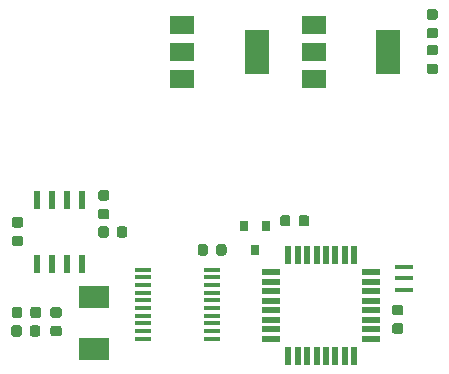
<source format=gbr>
G04 #@! TF.GenerationSoftware,KiCad,Pcbnew,(5.0.1)-3*
G04 #@! TF.CreationDate,2018-11-04T18:32:24-06:00*
G04 #@! TF.ProjectId,Gimble Goblin,47696D626C6520476F626C696E2E6B69,rev?*
G04 #@! TF.SameCoordinates,Original*
G04 #@! TF.FileFunction,Paste,Top*
G04 #@! TF.FilePolarity,Positive*
%FSLAX46Y46*%
G04 Gerber Fmt 4.6, Leading zero omitted, Abs format (unit mm)*
G04 Created by KiCad (PCBNEW (5.0.1)-3) date 11/4/2018 6:32:24 PM*
%MOMM*%
%LPD*%
G01*
G04 APERTURE LIST*
%ADD10R,1.600000X0.300000*%
%ADD11C,0.100000*%
%ADD12C,0.875000*%
%ADD13R,1.600000X0.550000*%
%ADD14R,0.550000X1.600000*%
%ADD15R,0.800000X0.900000*%
%ADD16R,2.500000X1.900000*%
%ADD17R,0.600000X1.550000*%
%ADD18R,1.450000X0.450000*%
%ADD19R,2.000000X1.500000*%
%ADD20R,2.000000X3.800000*%
G04 APERTURE END LIST*
D10*
G04 #@! TO.C,Y2*
X142367000Y-87823000D03*
X142367000Y-88773000D03*
X142367000Y-89723000D03*
G04 #@! TD*
D11*
G04 #@! TO.C,C8*
G36*
X142136691Y-91003553D02*
X142157926Y-91006703D01*
X142178750Y-91011919D01*
X142198962Y-91019151D01*
X142218368Y-91028330D01*
X142236781Y-91039366D01*
X142254024Y-91052154D01*
X142269930Y-91066570D01*
X142284346Y-91082476D01*
X142297134Y-91099719D01*
X142308170Y-91118132D01*
X142317349Y-91137538D01*
X142324581Y-91157750D01*
X142329797Y-91178574D01*
X142332947Y-91199809D01*
X142334000Y-91221250D01*
X142334000Y-91658750D01*
X142332947Y-91680191D01*
X142329797Y-91701426D01*
X142324581Y-91722250D01*
X142317349Y-91742462D01*
X142308170Y-91761868D01*
X142297134Y-91780281D01*
X142284346Y-91797524D01*
X142269930Y-91813430D01*
X142254024Y-91827846D01*
X142236781Y-91840634D01*
X142218368Y-91851670D01*
X142198962Y-91860849D01*
X142178750Y-91868081D01*
X142157926Y-91873297D01*
X142136691Y-91876447D01*
X142115250Y-91877500D01*
X141602750Y-91877500D01*
X141581309Y-91876447D01*
X141560074Y-91873297D01*
X141539250Y-91868081D01*
X141519038Y-91860849D01*
X141499632Y-91851670D01*
X141481219Y-91840634D01*
X141463976Y-91827846D01*
X141448070Y-91813430D01*
X141433654Y-91797524D01*
X141420866Y-91780281D01*
X141409830Y-91761868D01*
X141400651Y-91742462D01*
X141393419Y-91722250D01*
X141388203Y-91701426D01*
X141385053Y-91680191D01*
X141384000Y-91658750D01*
X141384000Y-91221250D01*
X141385053Y-91199809D01*
X141388203Y-91178574D01*
X141393419Y-91157750D01*
X141400651Y-91137538D01*
X141409830Y-91118132D01*
X141420866Y-91099719D01*
X141433654Y-91082476D01*
X141448070Y-91066570D01*
X141463976Y-91052154D01*
X141481219Y-91039366D01*
X141499632Y-91028330D01*
X141519038Y-91019151D01*
X141539250Y-91011919D01*
X141560074Y-91006703D01*
X141581309Y-91003553D01*
X141602750Y-91002500D01*
X142115250Y-91002500D01*
X142136691Y-91003553D01*
X142136691Y-91003553D01*
G37*
D12*
X141859000Y-91440000D03*
D11*
G36*
X142136691Y-92578553D02*
X142157926Y-92581703D01*
X142178750Y-92586919D01*
X142198962Y-92594151D01*
X142218368Y-92603330D01*
X142236781Y-92614366D01*
X142254024Y-92627154D01*
X142269930Y-92641570D01*
X142284346Y-92657476D01*
X142297134Y-92674719D01*
X142308170Y-92693132D01*
X142317349Y-92712538D01*
X142324581Y-92732750D01*
X142329797Y-92753574D01*
X142332947Y-92774809D01*
X142334000Y-92796250D01*
X142334000Y-93233750D01*
X142332947Y-93255191D01*
X142329797Y-93276426D01*
X142324581Y-93297250D01*
X142317349Y-93317462D01*
X142308170Y-93336868D01*
X142297134Y-93355281D01*
X142284346Y-93372524D01*
X142269930Y-93388430D01*
X142254024Y-93402846D01*
X142236781Y-93415634D01*
X142218368Y-93426670D01*
X142198962Y-93435849D01*
X142178750Y-93443081D01*
X142157926Y-93448297D01*
X142136691Y-93451447D01*
X142115250Y-93452500D01*
X141602750Y-93452500D01*
X141581309Y-93451447D01*
X141560074Y-93448297D01*
X141539250Y-93443081D01*
X141519038Y-93435849D01*
X141499632Y-93426670D01*
X141481219Y-93415634D01*
X141463976Y-93402846D01*
X141448070Y-93388430D01*
X141433654Y-93372524D01*
X141420866Y-93355281D01*
X141409830Y-93336868D01*
X141400651Y-93317462D01*
X141393419Y-93297250D01*
X141388203Y-93276426D01*
X141385053Y-93255191D01*
X141384000Y-93233750D01*
X141384000Y-92796250D01*
X141385053Y-92774809D01*
X141388203Y-92753574D01*
X141393419Y-92732750D01*
X141400651Y-92712538D01*
X141409830Y-92693132D01*
X141420866Y-92674719D01*
X141433654Y-92657476D01*
X141448070Y-92641570D01*
X141463976Y-92627154D01*
X141481219Y-92614366D01*
X141499632Y-92603330D01*
X141519038Y-92594151D01*
X141539250Y-92586919D01*
X141560074Y-92581703D01*
X141581309Y-92578553D01*
X141602750Y-92577500D01*
X142115250Y-92577500D01*
X142136691Y-92578553D01*
X142136691Y-92578553D01*
G37*
D12*
X141859000Y-93015000D03*
G04 #@! TD*
D11*
G04 #@! TO.C,D1*
G36*
X145057691Y-65984553D02*
X145078926Y-65987703D01*
X145099750Y-65992919D01*
X145119962Y-66000151D01*
X145139368Y-66009330D01*
X145157781Y-66020366D01*
X145175024Y-66033154D01*
X145190930Y-66047570D01*
X145205346Y-66063476D01*
X145218134Y-66080719D01*
X145229170Y-66099132D01*
X145238349Y-66118538D01*
X145245581Y-66138750D01*
X145250797Y-66159574D01*
X145253947Y-66180809D01*
X145255000Y-66202250D01*
X145255000Y-66639750D01*
X145253947Y-66661191D01*
X145250797Y-66682426D01*
X145245581Y-66703250D01*
X145238349Y-66723462D01*
X145229170Y-66742868D01*
X145218134Y-66761281D01*
X145205346Y-66778524D01*
X145190930Y-66794430D01*
X145175024Y-66808846D01*
X145157781Y-66821634D01*
X145139368Y-66832670D01*
X145119962Y-66841849D01*
X145099750Y-66849081D01*
X145078926Y-66854297D01*
X145057691Y-66857447D01*
X145036250Y-66858500D01*
X144523750Y-66858500D01*
X144502309Y-66857447D01*
X144481074Y-66854297D01*
X144460250Y-66849081D01*
X144440038Y-66841849D01*
X144420632Y-66832670D01*
X144402219Y-66821634D01*
X144384976Y-66808846D01*
X144369070Y-66794430D01*
X144354654Y-66778524D01*
X144341866Y-66761281D01*
X144330830Y-66742868D01*
X144321651Y-66723462D01*
X144314419Y-66703250D01*
X144309203Y-66682426D01*
X144306053Y-66661191D01*
X144305000Y-66639750D01*
X144305000Y-66202250D01*
X144306053Y-66180809D01*
X144309203Y-66159574D01*
X144314419Y-66138750D01*
X144321651Y-66118538D01*
X144330830Y-66099132D01*
X144341866Y-66080719D01*
X144354654Y-66063476D01*
X144369070Y-66047570D01*
X144384976Y-66033154D01*
X144402219Y-66020366D01*
X144420632Y-66009330D01*
X144440038Y-66000151D01*
X144460250Y-65992919D01*
X144481074Y-65987703D01*
X144502309Y-65984553D01*
X144523750Y-65983500D01*
X145036250Y-65983500D01*
X145057691Y-65984553D01*
X145057691Y-65984553D01*
G37*
D12*
X144780000Y-66421000D03*
D11*
G36*
X145057691Y-67559553D02*
X145078926Y-67562703D01*
X145099750Y-67567919D01*
X145119962Y-67575151D01*
X145139368Y-67584330D01*
X145157781Y-67595366D01*
X145175024Y-67608154D01*
X145190930Y-67622570D01*
X145205346Y-67638476D01*
X145218134Y-67655719D01*
X145229170Y-67674132D01*
X145238349Y-67693538D01*
X145245581Y-67713750D01*
X145250797Y-67734574D01*
X145253947Y-67755809D01*
X145255000Y-67777250D01*
X145255000Y-68214750D01*
X145253947Y-68236191D01*
X145250797Y-68257426D01*
X145245581Y-68278250D01*
X145238349Y-68298462D01*
X145229170Y-68317868D01*
X145218134Y-68336281D01*
X145205346Y-68353524D01*
X145190930Y-68369430D01*
X145175024Y-68383846D01*
X145157781Y-68396634D01*
X145139368Y-68407670D01*
X145119962Y-68416849D01*
X145099750Y-68424081D01*
X145078926Y-68429297D01*
X145057691Y-68432447D01*
X145036250Y-68433500D01*
X144523750Y-68433500D01*
X144502309Y-68432447D01*
X144481074Y-68429297D01*
X144460250Y-68424081D01*
X144440038Y-68416849D01*
X144420632Y-68407670D01*
X144402219Y-68396634D01*
X144384976Y-68383846D01*
X144369070Y-68369430D01*
X144354654Y-68353524D01*
X144341866Y-68336281D01*
X144330830Y-68317868D01*
X144321651Y-68298462D01*
X144314419Y-68278250D01*
X144309203Y-68257426D01*
X144306053Y-68236191D01*
X144305000Y-68214750D01*
X144305000Y-67777250D01*
X144306053Y-67755809D01*
X144309203Y-67734574D01*
X144314419Y-67713750D01*
X144321651Y-67693538D01*
X144330830Y-67674132D01*
X144341866Y-67655719D01*
X144354654Y-67638476D01*
X144369070Y-67622570D01*
X144384976Y-67608154D01*
X144402219Y-67595366D01*
X144420632Y-67584330D01*
X144440038Y-67575151D01*
X144460250Y-67567919D01*
X144481074Y-67562703D01*
X144502309Y-67559553D01*
X144523750Y-67558500D01*
X145036250Y-67558500D01*
X145057691Y-67559553D01*
X145057691Y-67559553D01*
G37*
D12*
X144780000Y-67996000D03*
G04 #@! TD*
D13*
G04 #@! TO.C,U5*
X139632000Y-93859000D03*
X139632000Y-93059000D03*
X139632000Y-92259000D03*
X139632000Y-91459000D03*
X139632000Y-90659000D03*
X139632000Y-89859000D03*
X139632000Y-89059000D03*
X139632000Y-88259000D03*
D14*
X138182000Y-86809000D03*
X137382000Y-86809000D03*
X136582000Y-86809000D03*
X135782000Y-86809000D03*
X134982000Y-86809000D03*
X134182000Y-86809000D03*
X133382000Y-86809000D03*
X132582000Y-86809000D03*
D13*
X131132000Y-88259000D03*
X131132000Y-89059000D03*
X131132000Y-89859000D03*
X131132000Y-90659000D03*
X131132000Y-91459000D03*
X131132000Y-92259000D03*
X131132000Y-93059000D03*
X131132000Y-93859000D03*
D14*
X132582000Y-95309000D03*
X133382000Y-95309000D03*
X134182000Y-95309000D03*
X134982000Y-95309000D03*
X135782000Y-95309000D03*
X136582000Y-95309000D03*
X137382000Y-95309000D03*
X138182000Y-95309000D03*
G04 #@! TD*
D15*
G04 #@! TO.C,D2*
X130744000Y-84344000D03*
X128844000Y-84344000D03*
X129794000Y-86344000D03*
G04 #@! TD*
D11*
G04 #@! TO.C,R5*
G36*
X145057691Y-70582053D02*
X145078926Y-70585203D01*
X145099750Y-70590419D01*
X145119962Y-70597651D01*
X145139368Y-70606830D01*
X145157781Y-70617866D01*
X145175024Y-70630654D01*
X145190930Y-70645070D01*
X145205346Y-70660976D01*
X145218134Y-70678219D01*
X145229170Y-70696632D01*
X145238349Y-70716038D01*
X145245581Y-70736250D01*
X145250797Y-70757074D01*
X145253947Y-70778309D01*
X145255000Y-70799750D01*
X145255000Y-71237250D01*
X145253947Y-71258691D01*
X145250797Y-71279926D01*
X145245581Y-71300750D01*
X145238349Y-71320962D01*
X145229170Y-71340368D01*
X145218134Y-71358781D01*
X145205346Y-71376024D01*
X145190930Y-71391930D01*
X145175024Y-71406346D01*
X145157781Y-71419134D01*
X145139368Y-71430170D01*
X145119962Y-71439349D01*
X145099750Y-71446581D01*
X145078926Y-71451797D01*
X145057691Y-71454947D01*
X145036250Y-71456000D01*
X144523750Y-71456000D01*
X144502309Y-71454947D01*
X144481074Y-71451797D01*
X144460250Y-71446581D01*
X144440038Y-71439349D01*
X144420632Y-71430170D01*
X144402219Y-71419134D01*
X144384976Y-71406346D01*
X144369070Y-71391930D01*
X144354654Y-71376024D01*
X144341866Y-71358781D01*
X144330830Y-71340368D01*
X144321651Y-71320962D01*
X144314419Y-71300750D01*
X144309203Y-71279926D01*
X144306053Y-71258691D01*
X144305000Y-71237250D01*
X144305000Y-70799750D01*
X144306053Y-70778309D01*
X144309203Y-70757074D01*
X144314419Y-70736250D01*
X144321651Y-70716038D01*
X144330830Y-70696632D01*
X144341866Y-70678219D01*
X144354654Y-70660976D01*
X144369070Y-70645070D01*
X144384976Y-70630654D01*
X144402219Y-70617866D01*
X144420632Y-70606830D01*
X144440038Y-70597651D01*
X144460250Y-70590419D01*
X144481074Y-70585203D01*
X144502309Y-70582053D01*
X144523750Y-70581000D01*
X145036250Y-70581000D01*
X145057691Y-70582053D01*
X145057691Y-70582053D01*
G37*
D12*
X144780000Y-71018500D03*
D11*
G36*
X145057691Y-69007053D02*
X145078926Y-69010203D01*
X145099750Y-69015419D01*
X145119962Y-69022651D01*
X145139368Y-69031830D01*
X145157781Y-69042866D01*
X145175024Y-69055654D01*
X145190930Y-69070070D01*
X145205346Y-69085976D01*
X145218134Y-69103219D01*
X145229170Y-69121632D01*
X145238349Y-69141038D01*
X145245581Y-69161250D01*
X145250797Y-69182074D01*
X145253947Y-69203309D01*
X145255000Y-69224750D01*
X145255000Y-69662250D01*
X145253947Y-69683691D01*
X145250797Y-69704926D01*
X145245581Y-69725750D01*
X145238349Y-69745962D01*
X145229170Y-69765368D01*
X145218134Y-69783781D01*
X145205346Y-69801024D01*
X145190930Y-69816930D01*
X145175024Y-69831346D01*
X145157781Y-69844134D01*
X145139368Y-69855170D01*
X145119962Y-69864349D01*
X145099750Y-69871581D01*
X145078926Y-69876797D01*
X145057691Y-69879947D01*
X145036250Y-69881000D01*
X144523750Y-69881000D01*
X144502309Y-69879947D01*
X144481074Y-69876797D01*
X144460250Y-69871581D01*
X144440038Y-69864349D01*
X144420632Y-69855170D01*
X144402219Y-69844134D01*
X144384976Y-69831346D01*
X144369070Y-69816930D01*
X144354654Y-69801024D01*
X144341866Y-69783781D01*
X144330830Y-69765368D01*
X144321651Y-69745962D01*
X144314419Y-69725750D01*
X144309203Y-69704926D01*
X144306053Y-69683691D01*
X144305000Y-69662250D01*
X144305000Y-69224750D01*
X144306053Y-69203309D01*
X144309203Y-69182074D01*
X144314419Y-69161250D01*
X144321651Y-69141038D01*
X144330830Y-69121632D01*
X144341866Y-69103219D01*
X144354654Y-69085976D01*
X144369070Y-69070070D01*
X144384976Y-69055654D01*
X144402219Y-69042866D01*
X144420632Y-69031830D01*
X144440038Y-69022651D01*
X144460250Y-69015419D01*
X144481074Y-69010203D01*
X144502309Y-69007053D01*
X144523750Y-69006000D01*
X145036250Y-69006000D01*
X145057691Y-69007053D01*
X145057691Y-69007053D01*
G37*
D12*
X144780000Y-69443500D03*
G04 #@! TD*
D11*
G04 #@! TO.C,R6*
G36*
X134148991Y-83422253D02*
X134170226Y-83425403D01*
X134191050Y-83430619D01*
X134211262Y-83437851D01*
X134230668Y-83447030D01*
X134249081Y-83458066D01*
X134266324Y-83470854D01*
X134282230Y-83485270D01*
X134296646Y-83501176D01*
X134309434Y-83518419D01*
X134320470Y-83536832D01*
X134329649Y-83556238D01*
X134336881Y-83576450D01*
X134342097Y-83597274D01*
X134345247Y-83618509D01*
X134346300Y-83639950D01*
X134346300Y-84152450D01*
X134345247Y-84173891D01*
X134342097Y-84195126D01*
X134336881Y-84215950D01*
X134329649Y-84236162D01*
X134320470Y-84255568D01*
X134309434Y-84273981D01*
X134296646Y-84291224D01*
X134282230Y-84307130D01*
X134266324Y-84321546D01*
X134249081Y-84334334D01*
X134230668Y-84345370D01*
X134211262Y-84354549D01*
X134191050Y-84361781D01*
X134170226Y-84366997D01*
X134148991Y-84370147D01*
X134127550Y-84371200D01*
X133690050Y-84371200D01*
X133668609Y-84370147D01*
X133647374Y-84366997D01*
X133626550Y-84361781D01*
X133606338Y-84354549D01*
X133586932Y-84345370D01*
X133568519Y-84334334D01*
X133551276Y-84321546D01*
X133535370Y-84307130D01*
X133520954Y-84291224D01*
X133508166Y-84273981D01*
X133497130Y-84255568D01*
X133487951Y-84236162D01*
X133480719Y-84215950D01*
X133475503Y-84195126D01*
X133472353Y-84173891D01*
X133471300Y-84152450D01*
X133471300Y-83639950D01*
X133472353Y-83618509D01*
X133475503Y-83597274D01*
X133480719Y-83576450D01*
X133487951Y-83556238D01*
X133497130Y-83536832D01*
X133508166Y-83518419D01*
X133520954Y-83501176D01*
X133535370Y-83485270D01*
X133551276Y-83470854D01*
X133568519Y-83458066D01*
X133586932Y-83447030D01*
X133606338Y-83437851D01*
X133626550Y-83430619D01*
X133647374Y-83425403D01*
X133668609Y-83422253D01*
X133690050Y-83421200D01*
X134127550Y-83421200D01*
X134148991Y-83422253D01*
X134148991Y-83422253D01*
G37*
D12*
X133908800Y-83896200D03*
D11*
G36*
X132573991Y-83422253D02*
X132595226Y-83425403D01*
X132616050Y-83430619D01*
X132636262Y-83437851D01*
X132655668Y-83447030D01*
X132674081Y-83458066D01*
X132691324Y-83470854D01*
X132707230Y-83485270D01*
X132721646Y-83501176D01*
X132734434Y-83518419D01*
X132745470Y-83536832D01*
X132754649Y-83556238D01*
X132761881Y-83576450D01*
X132767097Y-83597274D01*
X132770247Y-83618509D01*
X132771300Y-83639950D01*
X132771300Y-84152450D01*
X132770247Y-84173891D01*
X132767097Y-84195126D01*
X132761881Y-84215950D01*
X132754649Y-84236162D01*
X132745470Y-84255568D01*
X132734434Y-84273981D01*
X132721646Y-84291224D01*
X132707230Y-84307130D01*
X132691324Y-84321546D01*
X132674081Y-84334334D01*
X132655668Y-84345370D01*
X132636262Y-84354549D01*
X132616050Y-84361781D01*
X132595226Y-84366997D01*
X132573991Y-84370147D01*
X132552550Y-84371200D01*
X132115050Y-84371200D01*
X132093609Y-84370147D01*
X132072374Y-84366997D01*
X132051550Y-84361781D01*
X132031338Y-84354549D01*
X132011932Y-84345370D01*
X131993519Y-84334334D01*
X131976276Y-84321546D01*
X131960370Y-84307130D01*
X131945954Y-84291224D01*
X131933166Y-84273981D01*
X131922130Y-84255568D01*
X131912951Y-84236162D01*
X131905719Y-84215950D01*
X131900503Y-84195126D01*
X131897353Y-84173891D01*
X131896300Y-84152450D01*
X131896300Y-83639950D01*
X131897353Y-83618509D01*
X131900503Y-83597274D01*
X131905719Y-83576450D01*
X131912951Y-83556238D01*
X131922130Y-83536832D01*
X131933166Y-83518419D01*
X131945954Y-83501176D01*
X131960370Y-83485270D01*
X131976276Y-83470854D01*
X131993519Y-83458066D01*
X132011932Y-83447030D01*
X132031338Y-83437851D01*
X132051550Y-83430619D01*
X132072374Y-83425403D01*
X132093609Y-83422253D01*
X132115050Y-83421200D01*
X132552550Y-83421200D01*
X132573991Y-83422253D01*
X132573991Y-83422253D01*
G37*
D12*
X132333800Y-83896200D03*
G04 #@! TD*
D11*
G04 #@! TO.C,C1*
G36*
X109862275Y-91175494D02*
X109883510Y-91178644D01*
X109904334Y-91183860D01*
X109924546Y-91191092D01*
X109943952Y-91200271D01*
X109962365Y-91211307D01*
X109979608Y-91224095D01*
X109995514Y-91238511D01*
X110009930Y-91254417D01*
X110022718Y-91271660D01*
X110033754Y-91290073D01*
X110042933Y-91309479D01*
X110050165Y-91329691D01*
X110055381Y-91350515D01*
X110058531Y-91371750D01*
X110059584Y-91393191D01*
X110059584Y-91905691D01*
X110058531Y-91927132D01*
X110055381Y-91948367D01*
X110050165Y-91969191D01*
X110042933Y-91989403D01*
X110033754Y-92008809D01*
X110022718Y-92027222D01*
X110009930Y-92044465D01*
X109995514Y-92060371D01*
X109979608Y-92074787D01*
X109962365Y-92087575D01*
X109943952Y-92098611D01*
X109924546Y-92107790D01*
X109904334Y-92115022D01*
X109883510Y-92120238D01*
X109862275Y-92123388D01*
X109840834Y-92124441D01*
X109403334Y-92124441D01*
X109381893Y-92123388D01*
X109360658Y-92120238D01*
X109339834Y-92115022D01*
X109319622Y-92107790D01*
X109300216Y-92098611D01*
X109281803Y-92087575D01*
X109264560Y-92074787D01*
X109248654Y-92060371D01*
X109234238Y-92044465D01*
X109221450Y-92027222D01*
X109210414Y-92008809D01*
X109201235Y-91989403D01*
X109194003Y-91969191D01*
X109188787Y-91948367D01*
X109185637Y-91927132D01*
X109184584Y-91905691D01*
X109184584Y-91393191D01*
X109185637Y-91371750D01*
X109188787Y-91350515D01*
X109194003Y-91329691D01*
X109201235Y-91309479D01*
X109210414Y-91290073D01*
X109221450Y-91271660D01*
X109234238Y-91254417D01*
X109248654Y-91238511D01*
X109264560Y-91224095D01*
X109281803Y-91211307D01*
X109300216Y-91200271D01*
X109319622Y-91191092D01*
X109339834Y-91183860D01*
X109360658Y-91178644D01*
X109381893Y-91175494D01*
X109403334Y-91174441D01*
X109840834Y-91174441D01*
X109862275Y-91175494D01*
X109862275Y-91175494D01*
G37*
D12*
X109622084Y-91649441D03*
D11*
G36*
X111437275Y-91175494D02*
X111458510Y-91178644D01*
X111479334Y-91183860D01*
X111499546Y-91191092D01*
X111518952Y-91200271D01*
X111537365Y-91211307D01*
X111554608Y-91224095D01*
X111570514Y-91238511D01*
X111584930Y-91254417D01*
X111597718Y-91271660D01*
X111608754Y-91290073D01*
X111617933Y-91309479D01*
X111625165Y-91329691D01*
X111630381Y-91350515D01*
X111633531Y-91371750D01*
X111634584Y-91393191D01*
X111634584Y-91905691D01*
X111633531Y-91927132D01*
X111630381Y-91948367D01*
X111625165Y-91969191D01*
X111617933Y-91989403D01*
X111608754Y-92008809D01*
X111597718Y-92027222D01*
X111584930Y-92044465D01*
X111570514Y-92060371D01*
X111554608Y-92074787D01*
X111537365Y-92087575D01*
X111518952Y-92098611D01*
X111499546Y-92107790D01*
X111479334Y-92115022D01*
X111458510Y-92120238D01*
X111437275Y-92123388D01*
X111415834Y-92124441D01*
X110978334Y-92124441D01*
X110956893Y-92123388D01*
X110935658Y-92120238D01*
X110914834Y-92115022D01*
X110894622Y-92107790D01*
X110875216Y-92098611D01*
X110856803Y-92087575D01*
X110839560Y-92074787D01*
X110823654Y-92060371D01*
X110809238Y-92044465D01*
X110796450Y-92027222D01*
X110785414Y-92008809D01*
X110776235Y-91989403D01*
X110769003Y-91969191D01*
X110763787Y-91948367D01*
X110760637Y-91927132D01*
X110759584Y-91905691D01*
X110759584Y-91393191D01*
X110760637Y-91371750D01*
X110763787Y-91350515D01*
X110769003Y-91329691D01*
X110776235Y-91309479D01*
X110785414Y-91290073D01*
X110796450Y-91271660D01*
X110809238Y-91254417D01*
X110823654Y-91238511D01*
X110839560Y-91224095D01*
X110856803Y-91211307D01*
X110875216Y-91200271D01*
X110894622Y-91191092D01*
X110914834Y-91183860D01*
X110935658Y-91178644D01*
X110956893Y-91175494D01*
X110978334Y-91174441D01*
X111415834Y-91174441D01*
X111437275Y-91175494D01*
X111437275Y-91175494D01*
G37*
D12*
X111197084Y-91649441D03*
G04 #@! TD*
D11*
G04 #@! TO.C,C2*
G36*
X109815691Y-92744053D02*
X109836926Y-92747203D01*
X109857750Y-92752419D01*
X109877962Y-92759651D01*
X109897368Y-92768830D01*
X109915781Y-92779866D01*
X109933024Y-92792654D01*
X109948930Y-92807070D01*
X109963346Y-92822976D01*
X109976134Y-92840219D01*
X109987170Y-92858632D01*
X109996349Y-92878038D01*
X110003581Y-92898250D01*
X110008797Y-92919074D01*
X110011947Y-92940309D01*
X110013000Y-92961750D01*
X110013000Y-93474250D01*
X110011947Y-93495691D01*
X110008797Y-93516926D01*
X110003581Y-93537750D01*
X109996349Y-93557962D01*
X109987170Y-93577368D01*
X109976134Y-93595781D01*
X109963346Y-93613024D01*
X109948930Y-93628930D01*
X109933024Y-93643346D01*
X109915781Y-93656134D01*
X109897368Y-93667170D01*
X109877962Y-93676349D01*
X109857750Y-93683581D01*
X109836926Y-93688797D01*
X109815691Y-93691947D01*
X109794250Y-93693000D01*
X109356750Y-93693000D01*
X109335309Y-93691947D01*
X109314074Y-93688797D01*
X109293250Y-93683581D01*
X109273038Y-93676349D01*
X109253632Y-93667170D01*
X109235219Y-93656134D01*
X109217976Y-93643346D01*
X109202070Y-93628930D01*
X109187654Y-93613024D01*
X109174866Y-93595781D01*
X109163830Y-93577368D01*
X109154651Y-93557962D01*
X109147419Y-93537750D01*
X109142203Y-93516926D01*
X109139053Y-93495691D01*
X109138000Y-93474250D01*
X109138000Y-92961750D01*
X109139053Y-92940309D01*
X109142203Y-92919074D01*
X109147419Y-92898250D01*
X109154651Y-92878038D01*
X109163830Y-92858632D01*
X109174866Y-92840219D01*
X109187654Y-92822976D01*
X109202070Y-92807070D01*
X109217976Y-92792654D01*
X109235219Y-92779866D01*
X109253632Y-92768830D01*
X109273038Y-92759651D01*
X109293250Y-92752419D01*
X109314074Y-92747203D01*
X109335309Y-92744053D01*
X109356750Y-92743000D01*
X109794250Y-92743000D01*
X109815691Y-92744053D01*
X109815691Y-92744053D01*
G37*
D12*
X109575500Y-93218000D03*
D11*
G36*
X111390691Y-92744053D02*
X111411926Y-92747203D01*
X111432750Y-92752419D01*
X111452962Y-92759651D01*
X111472368Y-92768830D01*
X111490781Y-92779866D01*
X111508024Y-92792654D01*
X111523930Y-92807070D01*
X111538346Y-92822976D01*
X111551134Y-92840219D01*
X111562170Y-92858632D01*
X111571349Y-92878038D01*
X111578581Y-92898250D01*
X111583797Y-92919074D01*
X111586947Y-92940309D01*
X111588000Y-92961750D01*
X111588000Y-93474250D01*
X111586947Y-93495691D01*
X111583797Y-93516926D01*
X111578581Y-93537750D01*
X111571349Y-93557962D01*
X111562170Y-93577368D01*
X111551134Y-93595781D01*
X111538346Y-93613024D01*
X111523930Y-93628930D01*
X111508024Y-93643346D01*
X111490781Y-93656134D01*
X111472368Y-93667170D01*
X111452962Y-93676349D01*
X111432750Y-93683581D01*
X111411926Y-93688797D01*
X111390691Y-93691947D01*
X111369250Y-93693000D01*
X110931750Y-93693000D01*
X110910309Y-93691947D01*
X110889074Y-93688797D01*
X110868250Y-93683581D01*
X110848038Y-93676349D01*
X110828632Y-93667170D01*
X110810219Y-93656134D01*
X110792976Y-93643346D01*
X110777070Y-93628930D01*
X110762654Y-93613024D01*
X110749866Y-93595781D01*
X110738830Y-93577368D01*
X110729651Y-93557962D01*
X110722419Y-93537750D01*
X110717203Y-93516926D01*
X110714053Y-93495691D01*
X110713000Y-93474250D01*
X110713000Y-92961750D01*
X110714053Y-92940309D01*
X110717203Y-92919074D01*
X110722419Y-92898250D01*
X110729651Y-92878038D01*
X110738830Y-92858632D01*
X110749866Y-92840219D01*
X110762654Y-92822976D01*
X110777070Y-92807070D01*
X110792976Y-92792654D01*
X110810219Y-92779866D01*
X110828632Y-92768830D01*
X110848038Y-92759651D01*
X110868250Y-92752419D01*
X110889074Y-92747203D01*
X110910309Y-92744053D01*
X110931750Y-92743000D01*
X111369250Y-92743000D01*
X111390691Y-92744053D01*
X111390691Y-92744053D01*
G37*
D12*
X111150500Y-93218000D03*
G04 #@! TD*
D11*
G04 #@! TO.C,C3*
G36*
X127164191Y-85886053D02*
X127185426Y-85889203D01*
X127206250Y-85894419D01*
X127226462Y-85901651D01*
X127245868Y-85910830D01*
X127264281Y-85921866D01*
X127281524Y-85934654D01*
X127297430Y-85949070D01*
X127311846Y-85964976D01*
X127324634Y-85982219D01*
X127335670Y-86000632D01*
X127344849Y-86020038D01*
X127352081Y-86040250D01*
X127357297Y-86061074D01*
X127360447Y-86082309D01*
X127361500Y-86103750D01*
X127361500Y-86616250D01*
X127360447Y-86637691D01*
X127357297Y-86658926D01*
X127352081Y-86679750D01*
X127344849Y-86699962D01*
X127335670Y-86719368D01*
X127324634Y-86737781D01*
X127311846Y-86755024D01*
X127297430Y-86770930D01*
X127281524Y-86785346D01*
X127264281Y-86798134D01*
X127245868Y-86809170D01*
X127226462Y-86818349D01*
X127206250Y-86825581D01*
X127185426Y-86830797D01*
X127164191Y-86833947D01*
X127142750Y-86835000D01*
X126705250Y-86835000D01*
X126683809Y-86833947D01*
X126662574Y-86830797D01*
X126641750Y-86825581D01*
X126621538Y-86818349D01*
X126602132Y-86809170D01*
X126583719Y-86798134D01*
X126566476Y-86785346D01*
X126550570Y-86770930D01*
X126536154Y-86755024D01*
X126523366Y-86737781D01*
X126512330Y-86719368D01*
X126503151Y-86699962D01*
X126495919Y-86679750D01*
X126490703Y-86658926D01*
X126487553Y-86637691D01*
X126486500Y-86616250D01*
X126486500Y-86103750D01*
X126487553Y-86082309D01*
X126490703Y-86061074D01*
X126495919Y-86040250D01*
X126503151Y-86020038D01*
X126512330Y-86000632D01*
X126523366Y-85982219D01*
X126536154Y-85964976D01*
X126550570Y-85949070D01*
X126566476Y-85934654D01*
X126583719Y-85921866D01*
X126602132Y-85910830D01*
X126621538Y-85901651D01*
X126641750Y-85894419D01*
X126662574Y-85889203D01*
X126683809Y-85886053D01*
X126705250Y-85885000D01*
X127142750Y-85885000D01*
X127164191Y-85886053D01*
X127164191Y-85886053D01*
G37*
D12*
X126924000Y-86360000D03*
D11*
G36*
X125589191Y-85886053D02*
X125610426Y-85889203D01*
X125631250Y-85894419D01*
X125651462Y-85901651D01*
X125670868Y-85910830D01*
X125689281Y-85921866D01*
X125706524Y-85934654D01*
X125722430Y-85949070D01*
X125736846Y-85964976D01*
X125749634Y-85982219D01*
X125760670Y-86000632D01*
X125769849Y-86020038D01*
X125777081Y-86040250D01*
X125782297Y-86061074D01*
X125785447Y-86082309D01*
X125786500Y-86103750D01*
X125786500Y-86616250D01*
X125785447Y-86637691D01*
X125782297Y-86658926D01*
X125777081Y-86679750D01*
X125769849Y-86699962D01*
X125760670Y-86719368D01*
X125749634Y-86737781D01*
X125736846Y-86755024D01*
X125722430Y-86770930D01*
X125706524Y-86785346D01*
X125689281Y-86798134D01*
X125670868Y-86809170D01*
X125651462Y-86818349D01*
X125631250Y-86825581D01*
X125610426Y-86830797D01*
X125589191Y-86833947D01*
X125567750Y-86835000D01*
X125130250Y-86835000D01*
X125108809Y-86833947D01*
X125087574Y-86830797D01*
X125066750Y-86825581D01*
X125046538Y-86818349D01*
X125027132Y-86809170D01*
X125008719Y-86798134D01*
X124991476Y-86785346D01*
X124975570Y-86770930D01*
X124961154Y-86755024D01*
X124948366Y-86737781D01*
X124937330Y-86719368D01*
X124928151Y-86699962D01*
X124920919Y-86679750D01*
X124915703Y-86658926D01*
X124912553Y-86637691D01*
X124911500Y-86616250D01*
X124911500Y-86103750D01*
X124912553Y-86082309D01*
X124915703Y-86061074D01*
X124920919Y-86040250D01*
X124928151Y-86020038D01*
X124937330Y-86000632D01*
X124948366Y-85982219D01*
X124961154Y-85964976D01*
X124975570Y-85949070D01*
X124991476Y-85934654D01*
X125008719Y-85921866D01*
X125027132Y-85910830D01*
X125046538Y-85901651D01*
X125066750Y-85894419D01*
X125087574Y-85889203D01*
X125108809Y-85886053D01*
X125130250Y-85885000D01*
X125567750Y-85885000D01*
X125589191Y-85886053D01*
X125589191Y-85886053D01*
G37*
D12*
X125349000Y-86360000D03*
G04 #@! TD*
D11*
G04 #@! TO.C,C6*
G36*
X109929491Y-83586553D02*
X109950726Y-83589703D01*
X109971550Y-83594919D01*
X109991762Y-83602151D01*
X110011168Y-83611330D01*
X110029581Y-83622366D01*
X110046824Y-83635154D01*
X110062730Y-83649570D01*
X110077146Y-83665476D01*
X110089934Y-83682719D01*
X110100970Y-83701132D01*
X110110149Y-83720538D01*
X110117381Y-83740750D01*
X110122597Y-83761574D01*
X110125747Y-83782809D01*
X110126800Y-83804250D01*
X110126800Y-84241750D01*
X110125747Y-84263191D01*
X110122597Y-84284426D01*
X110117381Y-84305250D01*
X110110149Y-84325462D01*
X110100970Y-84344868D01*
X110089934Y-84363281D01*
X110077146Y-84380524D01*
X110062730Y-84396430D01*
X110046824Y-84410846D01*
X110029581Y-84423634D01*
X110011168Y-84434670D01*
X109991762Y-84443849D01*
X109971550Y-84451081D01*
X109950726Y-84456297D01*
X109929491Y-84459447D01*
X109908050Y-84460500D01*
X109395550Y-84460500D01*
X109374109Y-84459447D01*
X109352874Y-84456297D01*
X109332050Y-84451081D01*
X109311838Y-84443849D01*
X109292432Y-84434670D01*
X109274019Y-84423634D01*
X109256776Y-84410846D01*
X109240870Y-84396430D01*
X109226454Y-84380524D01*
X109213666Y-84363281D01*
X109202630Y-84344868D01*
X109193451Y-84325462D01*
X109186219Y-84305250D01*
X109181003Y-84284426D01*
X109177853Y-84263191D01*
X109176800Y-84241750D01*
X109176800Y-83804250D01*
X109177853Y-83782809D01*
X109181003Y-83761574D01*
X109186219Y-83740750D01*
X109193451Y-83720538D01*
X109202630Y-83701132D01*
X109213666Y-83682719D01*
X109226454Y-83665476D01*
X109240870Y-83649570D01*
X109256776Y-83635154D01*
X109274019Y-83622366D01*
X109292432Y-83611330D01*
X109311838Y-83602151D01*
X109332050Y-83594919D01*
X109352874Y-83589703D01*
X109374109Y-83586553D01*
X109395550Y-83585500D01*
X109908050Y-83585500D01*
X109929491Y-83586553D01*
X109929491Y-83586553D01*
G37*
D12*
X109651800Y-84023000D03*
D11*
G36*
X109929491Y-85161553D02*
X109950726Y-85164703D01*
X109971550Y-85169919D01*
X109991762Y-85177151D01*
X110011168Y-85186330D01*
X110029581Y-85197366D01*
X110046824Y-85210154D01*
X110062730Y-85224570D01*
X110077146Y-85240476D01*
X110089934Y-85257719D01*
X110100970Y-85276132D01*
X110110149Y-85295538D01*
X110117381Y-85315750D01*
X110122597Y-85336574D01*
X110125747Y-85357809D01*
X110126800Y-85379250D01*
X110126800Y-85816750D01*
X110125747Y-85838191D01*
X110122597Y-85859426D01*
X110117381Y-85880250D01*
X110110149Y-85900462D01*
X110100970Y-85919868D01*
X110089934Y-85938281D01*
X110077146Y-85955524D01*
X110062730Y-85971430D01*
X110046824Y-85985846D01*
X110029581Y-85998634D01*
X110011168Y-86009670D01*
X109991762Y-86018849D01*
X109971550Y-86026081D01*
X109950726Y-86031297D01*
X109929491Y-86034447D01*
X109908050Y-86035500D01*
X109395550Y-86035500D01*
X109374109Y-86034447D01*
X109352874Y-86031297D01*
X109332050Y-86026081D01*
X109311838Y-86018849D01*
X109292432Y-86009670D01*
X109274019Y-85998634D01*
X109256776Y-85985846D01*
X109240870Y-85971430D01*
X109226454Y-85955524D01*
X109213666Y-85938281D01*
X109202630Y-85919868D01*
X109193451Y-85900462D01*
X109186219Y-85880250D01*
X109181003Y-85859426D01*
X109177853Y-85838191D01*
X109176800Y-85816750D01*
X109176800Y-85379250D01*
X109177853Y-85357809D01*
X109181003Y-85336574D01*
X109186219Y-85315750D01*
X109193451Y-85295538D01*
X109202630Y-85276132D01*
X109213666Y-85257719D01*
X109226454Y-85240476D01*
X109240870Y-85224570D01*
X109256776Y-85210154D01*
X109274019Y-85197366D01*
X109292432Y-85186330D01*
X109311838Y-85177151D01*
X109332050Y-85169919D01*
X109352874Y-85164703D01*
X109374109Y-85161553D01*
X109395550Y-85160500D01*
X109908050Y-85160500D01*
X109929491Y-85161553D01*
X109929491Y-85161553D01*
G37*
D12*
X109651800Y-85598000D03*
G04 #@! TD*
D16*
G04 #@! TO.C,Y1*
X116124684Y-90348241D03*
X116124684Y-94748241D03*
G04 #@! TD*
D17*
G04 #@! TO.C,U3*
X111291926Y-87564202D03*
X112561926Y-87564202D03*
X113831926Y-87564202D03*
X115101926Y-87564202D03*
X115101926Y-82164202D03*
X113831926Y-82164202D03*
X112561926Y-82164202D03*
X111291926Y-82164202D03*
G04 #@! TD*
D18*
G04 #@! TO.C,U2*
X120269000Y-88018000D03*
X120269000Y-88668000D03*
X120269000Y-89318000D03*
X120269000Y-89968000D03*
X120269000Y-90618000D03*
X120269000Y-91268000D03*
X120269000Y-91918000D03*
X120269000Y-92568000D03*
X120269000Y-93218000D03*
X120269000Y-93868000D03*
X126169000Y-93868000D03*
X126169000Y-93218000D03*
X126169000Y-92568000D03*
X126169000Y-91918000D03*
X126169000Y-91268000D03*
X126169000Y-90618000D03*
X126169000Y-89968000D03*
X126169000Y-89318000D03*
X126169000Y-88668000D03*
X126169000Y-88018000D03*
G04 #@! TD*
D19*
G04 #@! TO.C,U1*
X134747000Y-67296000D03*
X134747000Y-71896000D03*
X134747000Y-69596000D03*
D20*
X141047000Y-69596000D03*
G04 #@! TD*
G04 #@! TO.C,U4*
X129921000Y-69596000D03*
D19*
X123621000Y-69596000D03*
X123621000Y-71896000D03*
X123621000Y-67296000D03*
G04 #@! TD*
D11*
G04 #@! TO.C,R3*
G36*
X118756691Y-84362053D02*
X118777926Y-84365203D01*
X118798750Y-84370419D01*
X118818962Y-84377651D01*
X118838368Y-84386830D01*
X118856781Y-84397866D01*
X118874024Y-84410654D01*
X118889930Y-84425070D01*
X118904346Y-84440976D01*
X118917134Y-84458219D01*
X118928170Y-84476632D01*
X118937349Y-84496038D01*
X118944581Y-84516250D01*
X118949797Y-84537074D01*
X118952947Y-84558309D01*
X118954000Y-84579750D01*
X118954000Y-85092250D01*
X118952947Y-85113691D01*
X118949797Y-85134926D01*
X118944581Y-85155750D01*
X118937349Y-85175962D01*
X118928170Y-85195368D01*
X118917134Y-85213781D01*
X118904346Y-85231024D01*
X118889930Y-85246930D01*
X118874024Y-85261346D01*
X118856781Y-85274134D01*
X118838368Y-85285170D01*
X118818962Y-85294349D01*
X118798750Y-85301581D01*
X118777926Y-85306797D01*
X118756691Y-85309947D01*
X118735250Y-85311000D01*
X118297750Y-85311000D01*
X118276309Y-85309947D01*
X118255074Y-85306797D01*
X118234250Y-85301581D01*
X118214038Y-85294349D01*
X118194632Y-85285170D01*
X118176219Y-85274134D01*
X118158976Y-85261346D01*
X118143070Y-85246930D01*
X118128654Y-85231024D01*
X118115866Y-85213781D01*
X118104830Y-85195368D01*
X118095651Y-85175962D01*
X118088419Y-85155750D01*
X118083203Y-85134926D01*
X118080053Y-85113691D01*
X118079000Y-85092250D01*
X118079000Y-84579750D01*
X118080053Y-84558309D01*
X118083203Y-84537074D01*
X118088419Y-84516250D01*
X118095651Y-84496038D01*
X118104830Y-84476632D01*
X118115866Y-84458219D01*
X118128654Y-84440976D01*
X118143070Y-84425070D01*
X118158976Y-84410654D01*
X118176219Y-84397866D01*
X118194632Y-84386830D01*
X118214038Y-84377651D01*
X118234250Y-84370419D01*
X118255074Y-84365203D01*
X118276309Y-84362053D01*
X118297750Y-84361000D01*
X118735250Y-84361000D01*
X118756691Y-84362053D01*
X118756691Y-84362053D01*
G37*
D12*
X118516500Y-84836000D03*
D11*
G36*
X117181691Y-84362053D02*
X117202926Y-84365203D01*
X117223750Y-84370419D01*
X117243962Y-84377651D01*
X117263368Y-84386830D01*
X117281781Y-84397866D01*
X117299024Y-84410654D01*
X117314930Y-84425070D01*
X117329346Y-84440976D01*
X117342134Y-84458219D01*
X117353170Y-84476632D01*
X117362349Y-84496038D01*
X117369581Y-84516250D01*
X117374797Y-84537074D01*
X117377947Y-84558309D01*
X117379000Y-84579750D01*
X117379000Y-85092250D01*
X117377947Y-85113691D01*
X117374797Y-85134926D01*
X117369581Y-85155750D01*
X117362349Y-85175962D01*
X117353170Y-85195368D01*
X117342134Y-85213781D01*
X117329346Y-85231024D01*
X117314930Y-85246930D01*
X117299024Y-85261346D01*
X117281781Y-85274134D01*
X117263368Y-85285170D01*
X117243962Y-85294349D01*
X117223750Y-85301581D01*
X117202926Y-85306797D01*
X117181691Y-85309947D01*
X117160250Y-85311000D01*
X116722750Y-85311000D01*
X116701309Y-85309947D01*
X116680074Y-85306797D01*
X116659250Y-85301581D01*
X116639038Y-85294349D01*
X116619632Y-85285170D01*
X116601219Y-85274134D01*
X116583976Y-85261346D01*
X116568070Y-85246930D01*
X116553654Y-85231024D01*
X116540866Y-85213781D01*
X116529830Y-85195368D01*
X116520651Y-85175962D01*
X116513419Y-85155750D01*
X116508203Y-85134926D01*
X116505053Y-85113691D01*
X116504000Y-85092250D01*
X116504000Y-84579750D01*
X116505053Y-84558309D01*
X116508203Y-84537074D01*
X116513419Y-84516250D01*
X116520651Y-84496038D01*
X116529830Y-84476632D01*
X116540866Y-84458219D01*
X116553654Y-84440976D01*
X116568070Y-84425070D01*
X116583976Y-84410654D01*
X116601219Y-84397866D01*
X116619632Y-84386830D01*
X116639038Y-84377651D01*
X116659250Y-84370419D01*
X116680074Y-84365203D01*
X116701309Y-84362053D01*
X116722750Y-84361000D01*
X117160250Y-84361000D01*
X117181691Y-84362053D01*
X117181691Y-84362053D01*
G37*
D12*
X116941500Y-84836000D03*
G04 #@! TD*
D11*
G04 #@! TO.C,R1*
G36*
X113201975Y-91212894D02*
X113223210Y-91216044D01*
X113244034Y-91221260D01*
X113264246Y-91228492D01*
X113283652Y-91237671D01*
X113302065Y-91248707D01*
X113319308Y-91261495D01*
X113335214Y-91275911D01*
X113349630Y-91291817D01*
X113362418Y-91309060D01*
X113373454Y-91327473D01*
X113382633Y-91346879D01*
X113389865Y-91367091D01*
X113395081Y-91387915D01*
X113398231Y-91409150D01*
X113399284Y-91430591D01*
X113399284Y-91868091D01*
X113398231Y-91889532D01*
X113395081Y-91910767D01*
X113389865Y-91931591D01*
X113382633Y-91951803D01*
X113373454Y-91971209D01*
X113362418Y-91989622D01*
X113349630Y-92006865D01*
X113335214Y-92022771D01*
X113319308Y-92037187D01*
X113302065Y-92049975D01*
X113283652Y-92061011D01*
X113264246Y-92070190D01*
X113244034Y-92077422D01*
X113223210Y-92082638D01*
X113201975Y-92085788D01*
X113180534Y-92086841D01*
X112668034Y-92086841D01*
X112646593Y-92085788D01*
X112625358Y-92082638D01*
X112604534Y-92077422D01*
X112584322Y-92070190D01*
X112564916Y-92061011D01*
X112546503Y-92049975D01*
X112529260Y-92037187D01*
X112513354Y-92022771D01*
X112498938Y-92006865D01*
X112486150Y-91989622D01*
X112475114Y-91971209D01*
X112465935Y-91951803D01*
X112458703Y-91931591D01*
X112453487Y-91910767D01*
X112450337Y-91889532D01*
X112449284Y-91868091D01*
X112449284Y-91430591D01*
X112450337Y-91409150D01*
X112453487Y-91387915D01*
X112458703Y-91367091D01*
X112465935Y-91346879D01*
X112475114Y-91327473D01*
X112486150Y-91309060D01*
X112498938Y-91291817D01*
X112513354Y-91275911D01*
X112529260Y-91261495D01*
X112546503Y-91248707D01*
X112564916Y-91237671D01*
X112584322Y-91228492D01*
X112604534Y-91221260D01*
X112625358Y-91216044D01*
X112646593Y-91212894D01*
X112668034Y-91211841D01*
X113180534Y-91211841D01*
X113201975Y-91212894D01*
X113201975Y-91212894D01*
G37*
D12*
X112924284Y-91649341D03*
D11*
G36*
X113201975Y-92787894D02*
X113223210Y-92791044D01*
X113244034Y-92796260D01*
X113264246Y-92803492D01*
X113283652Y-92812671D01*
X113302065Y-92823707D01*
X113319308Y-92836495D01*
X113335214Y-92850911D01*
X113349630Y-92866817D01*
X113362418Y-92884060D01*
X113373454Y-92902473D01*
X113382633Y-92921879D01*
X113389865Y-92942091D01*
X113395081Y-92962915D01*
X113398231Y-92984150D01*
X113399284Y-93005591D01*
X113399284Y-93443091D01*
X113398231Y-93464532D01*
X113395081Y-93485767D01*
X113389865Y-93506591D01*
X113382633Y-93526803D01*
X113373454Y-93546209D01*
X113362418Y-93564622D01*
X113349630Y-93581865D01*
X113335214Y-93597771D01*
X113319308Y-93612187D01*
X113302065Y-93624975D01*
X113283652Y-93636011D01*
X113264246Y-93645190D01*
X113244034Y-93652422D01*
X113223210Y-93657638D01*
X113201975Y-93660788D01*
X113180534Y-93661841D01*
X112668034Y-93661841D01*
X112646593Y-93660788D01*
X112625358Y-93657638D01*
X112604534Y-93652422D01*
X112584322Y-93645190D01*
X112564916Y-93636011D01*
X112546503Y-93624975D01*
X112529260Y-93612187D01*
X112513354Y-93597771D01*
X112498938Y-93581865D01*
X112486150Y-93564622D01*
X112475114Y-93546209D01*
X112465935Y-93526803D01*
X112458703Y-93506591D01*
X112453487Y-93485767D01*
X112450337Y-93464532D01*
X112449284Y-93443091D01*
X112449284Y-93005591D01*
X112450337Y-92984150D01*
X112453487Y-92962915D01*
X112458703Y-92942091D01*
X112465935Y-92921879D01*
X112475114Y-92902473D01*
X112486150Y-92884060D01*
X112498938Y-92866817D01*
X112513354Y-92850911D01*
X112529260Y-92836495D01*
X112546503Y-92823707D01*
X112564916Y-92812671D01*
X112584322Y-92803492D01*
X112604534Y-92796260D01*
X112625358Y-92791044D01*
X112646593Y-92787894D01*
X112668034Y-92786841D01*
X113180534Y-92786841D01*
X113201975Y-92787894D01*
X113201975Y-92787894D01*
G37*
D12*
X112924284Y-93224341D03*
G04 #@! TD*
D11*
G04 #@! TO.C,R2*
G36*
X117244691Y-82875553D02*
X117265926Y-82878703D01*
X117286750Y-82883919D01*
X117306962Y-82891151D01*
X117326368Y-82900330D01*
X117344781Y-82911366D01*
X117362024Y-82924154D01*
X117377930Y-82938570D01*
X117392346Y-82954476D01*
X117405134Y-82971719D01*
X117416170Y-82990132D01*
X117425349Y-83009538D01*
X117432581Y-83029750D01*
X117437797Y-83050574D01*
X117440947Y-83071809D01*
X117442000Y-83093250D01*
X117442000Y-83530750D01*
X117440947Y-83552191D01*
X117437797Y-83573426D01*
X117432581Y-83594250D01*
X117425349Y-83614462D01*
X117416170Y-83633868D01*
X117405134Y-83652281D01*
X117392346Y-83669524D01*
X117377930Y-83685430D01*
X117362024Y-83699846D01*
X117344781Y-83712634D01*
X117326368Y-83723670D01*
X117306962Y-83732849D01*
X117286750Y-83740081D01*
X117265926Y-83745297D01*
X117244691Y-83748447D01*
X117223250Y-83749500D01*
X116710750Y-83749500D01*
X116689309Y-83748447D01*
X116668074Y-83745297D01*
X116647250Y-83740081D01*
X116627038Y-83732849D01*
X116607632Y-83723670D01*
X116589219Y-83712634D01*
X116571976Y-83699846D01*
X116556070Y-83685430D01*
X116541654Y-83669524D01*
X116528866Y-83652281D01*
X116517830Y-83633868D01*
X116508651Y-83614462D01*
X116501419Y-83594250D01*
X116496203Y-83573426D01*
X116493053Y-83552191D01*
X116492000Y-83530750D01*
X116492000Y-83093250D01*
X116493053Y-83071809D01*
X116496203Y-83050574D01*
X116501419Y-83029750D01*
X116508651Y-83009538D01*
X116517830Y-82990132D01*
X116528866Y-82971719D01*
X116541654Y-82954476D01*
X116556070Y-82938570D01*
X116571976Y-82924154D01*
X116589219Y-82911366D01*
X116607632Y-82900330D01*
X116627038Y-82891151D01*
X116647250Y-82883919D01*
X116668074Y-82878703D01*
X116689309Y-82875553D01*
X116710750Y-82874500D01*
X117223250Y-82874500D01*
X117244691Y-82875553D01*
X117244691Y-82875553D01*
G37*
D12*
X116967000Y-83312000D03*
D11*
G36*
X117244691Y-81300553D02*
X117265926Y-81303703D01*
X117286750Y-81308919D01*
X117306962Y-81316151D01*
X117326368Y-81325330D01*
X117344781Y-81336366D01*
X117362024Y-81349154D01*
X117377930Y-81363570D01*
X117392346Y-81379476D01*
X117405134Y-81396719D01*
X117416170Y-81415132D01*
X117425349Y-81434538D01*
X117432581Y-81454750D01*
X117437797Y-81475574D01*
X117440947Y-81496809D01*
X117442000Y-81518250D01*
X117442000Y-81955750D01*
X117440947Y-81977191D01*
X117437797Y-81998426D01*
X117432581Y-82019250D01*
X117425349Y-82039462D01*
X117416170Y-82058868D01*
X117405134Y-82077281D01*
X117392346Y-82094524D01*
X117377930Y-82110430D01*
X117362024Y-82124846D01*
X117344781Y-82137634D01*
X117326368Y-82148670D01*
X117306962Y-82157849D01*
X117286750Y-82165081D01*
X117265926Y-82170297D01*
X117244691Y-82173447D01*
X117223250Y-82174500D01*
X116710750Y-82174500D01*
X116689309Y-82173447D01*
X116668074Y-82170297D01*
X116647250Y-82165081D01*
X116627038Y-82157849D01*
X116607632Y-82148670D01*
X116589219Y-82137634D01*
X116571976Y-82124846D01*
X116556070Y-82110430D01*
X116541654Y-82094524D01*
X116528866Y-82077281D01*
X116517830Y-82058868D01*
X116508651Y-82039462D01*
X116501419Y-82019250D01*
X116496203Y-81998426D01*
X116493053Y-81977191D01*
X116492000Y-81955750D01*
X116492000Y-81518250D01*
X116493053Y-81496809D01*
X116496203Y-81475574D01*
X116501419Y-81454750D01*
X116508651Y-81434538D01*
X116517830Y-81415132D01*
X116528866Y-81396719D01*
X116541654Y-81379476D01*
X116556070Y-81363570D01*
X116571976Y-81349154D01*
X116589219Y-81336366D01*
X116607632Y-81325330D01*
X116627038Y-81316151D01*
X116647250Y-81308919D01*
X116668074Y-81303703D01*
X116689309Y-81300553D01*
X116710750Y-81299500D01*
X117223250Y-81299500D01*
X117244691Y-81300553D01*
X117244691Y-81300553D01*
G37*
D12*
X116967000Y-81737000D03*
G04 #@! TD*
M02*

</source>
